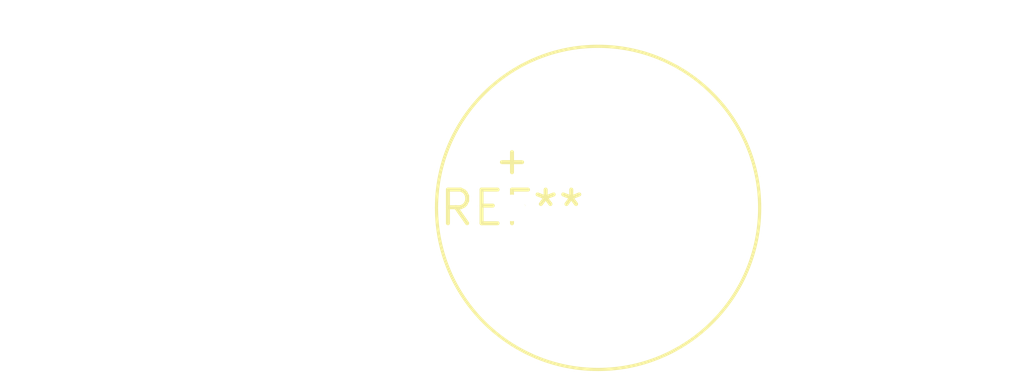
<source format=kicad_pcb>
(kicad_pcb (version 20240108) (generator pcbnew)
  (layers (0 "F.Cu" signal) (31 "B.Cu" signal) (34 "B.Paste" user) (35 "F.Paste" user) (36 "B.SilkS" user "B.Silkscreen") (37 "F.SilkS" user "F.Silkscreen") (38 "B.Mask" user) (39 "F.Mask" user) (44 "Edge.Cuts" user))
  (net 0 "")
  (footprint "MagneticBuzzer_ProSignal_ABT-410-RC" (layer "F.Cu") (at 0 0)
    (property "Reference" "REF**")
    (property "Value" "MagneticBuzzer_ProSignal_ABT-410-RC")
    (fp_circle (center 3.25 0) (end 9.35 0) (layer "F.SilkS") (stroke (width 0.12)) (fill none))
    (fp_text user "+" (at 0 -1.8 0) (layer "F.SilkS"))
    (pad "1" thru_hole rect (at 0 0) (size 1.6 1.6) (drill 1) (layers *.Cu *.Mask) (remove_unused_layers))
    (pad "2" thru_hole circle (at 6.5 0) (size 1.6 1.6) (drill 1) (layers *.Cu *.Mask) (remove_unused_layers))
  )
)
</source>
